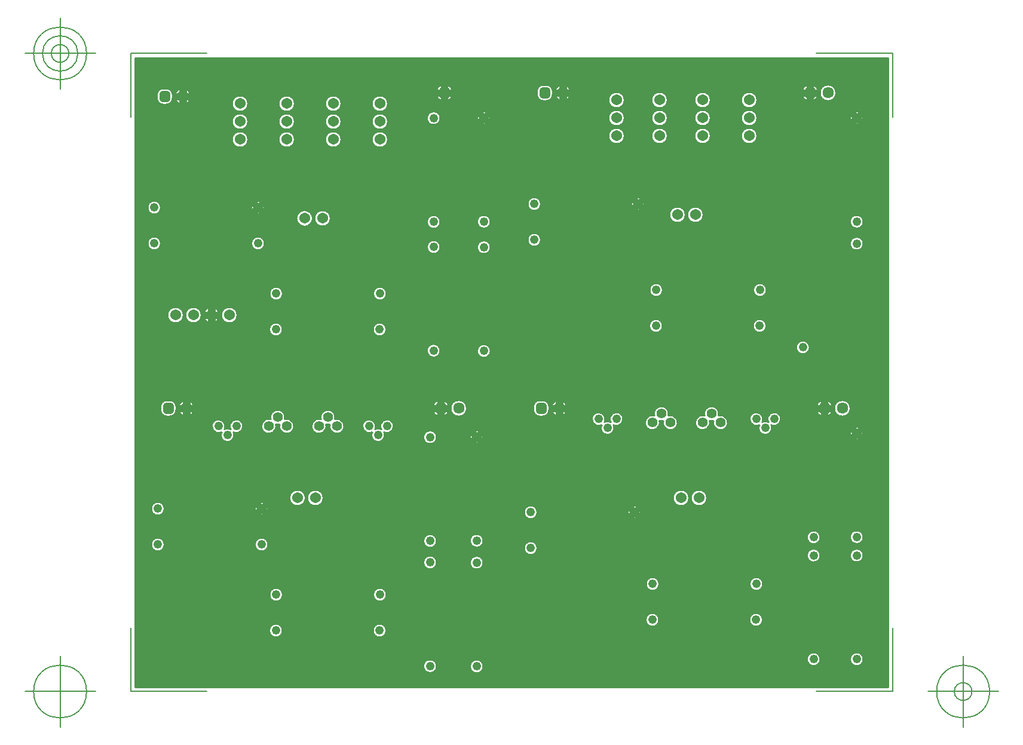
<source format=gbr>
G04 Generated by Ultiboard 14.2 *
%FSLAX33Y33*%
%MOMM*%

%ADD10C,0.001*%
%ADD11C,0.254*%
%ADD12C,0.127*%
%ADD13C,1.609*%
%ADD14R,0.529X0.529*%
%ADD15C,0.995*%
%ADD16C,1.537*%
%ADD17C,1.245*%
%ADD18C,1.397*%


G04 ColorRGB CCCCCC for the following layer *
%LNCopper Inner 2*%
%LPD*%
G54D10*
G36*
X83691Y28577D02*
X83691Y28577D01*
X-22985Y28577D01*
X-22985Y117727D01*
X83691Y117727D01*
X83691Y28577D01*
D02*
G37*
%LPC*%
G36*
X72249Y113079D02*
G75*
D01*
G03X72249Y113079I395J-303*
G01*
D02*
G37*
G36*
X72249Y109910D02*
G75*
D01*
G03X72249Y109910I-621J-722*
G01*
D02*
G37*
G36*
X72249Y46908D02*
G75*
D01*
G03X72249Y46908I903J304*
G01*
D02*
G37*
G36*
X72249Y32208D02*
G75*
D01*
G03X72249Y32208I903J304*
G01*
D02*
G37*
G36*
X72249Y49480D02*
G75*
D01*
G03X72249Y49480I903J304*
G01*
D02*
G37*
G36*
X72249Y95210D02*
G75*
D01*
G03X72249Y95210I-621J-722*
G01*
D02*
G37*
G36*
X72249Y92130D02*
G75*
D01*
G03X72249Y92130I-621J-722*
G01*
D02*
G37*
G36*
X78927Y75811D02*
G75*
D01*
G03X78927Y75811I321J897*
G01*
D02*
G37*
G36*
X72249Y75986D02*
G75*
D01*
G03X72249Y75986I-621J722*
G01*
D02*
G37*
G36*
X72249Y64788D02*
G75*
D01*
G03X72249Y64788I903J-304*
G01*
D02*
G37*
G36*
X24249Y112022D02*
G75*
D01*
G03X24249Y112022I-881J754*
G01*
D02*
G37*
G36*
X249Y94140D02*
G75*
D01*
G03X249Y94140I767J856*
G01*
D02*
G37*
G36*
X249Y54250D02*
G75*
D01*
G03X249Y54250I-249J1122*
G01*
D02*
G37*
G36*
X48249Y49072D02*
G75*
D01*
G03X48249Y49072I-497J-812*
G01*
D02*
G37*
G36*
X18450Y75811D02*
G75*
D01*
G03X18450Y75811I854J421*
G01*
D02*
G37*
G36*
X47869Y96159D02*
G75*
D01*
G03X48651Y96159I391J869*
G01*
X48651Y96159D01*
X48260Y96550D01*
X48249Y96539D01*
X47869Y96159D01*
D02*
G37*
G36*
X48249Y97472D02*
G75*
D01*
G03X48249Y97472I11J-444*
G01*
D02*
G37*
G36*
X47869Y97897D02*
X47869Y97897D01*
X48249Y97517D01*
X48249Y97517D01*
X48249Y97516D01*
X48260Y97506D01*
X48651Y97897D01*
G75*
D01*
G03X47869Y97897I-391J-869*
G01*
D02*
G37*
G36*
X48249Y92900D02*
G75*
D01*
G03X48249Y92900I11J-952*
G01*
D02*
G37*
G36*
X27286Y75811D02*
G75*
D01*
G03X27286Y75811I-870J389*
G01*
D02*
G37*
G36*
X48621Y53731D02*
X48621Y53731D01*
X48230Y53340D01*
X48621Y52949D01*
G75*
D01*
G03X48621Y53731I-869J391*
G01*
D02*
G37*
G36*
X78857Y110089D02*
X78857Y110089D01*
X79248Y109698D01*
X79639Y110089D01*
G75*
D01*
G03X78857Y110089I-391J-869*
G01*
D02*
G37*
G36*
X80117Y109611D02*
X80117Y109611D01*
X79726Y109220D01*
X80117Y108829D01*
G75*
D01*
G03X80117Y109611I-869J391*
G01*
D02*
G37*
G36*
X78379Y109611D02*
G75*
D01*
G03X78379Y108829I869J-391*
G01*
X78379Y108829D01*
X78770Y109220D01*
X78379Y109611D01*
D02*
G37*
G36*
X79639Y108351D02*
X79639Y108351D01*
X79248Y108742D01*
X78857Y108351D01*
G75*
D01*
G03X79639Y108351I391J869*
G01*
D02*
G37*
G36*
X78804Y109220D02*
G75*
D01*
G03X78804Y109220I444J0*
G01*
D02*
G37*
G36*
X73042Y111665D02*
G74*
D01*
G03X73755Y112378I133J846*
G01*
X73755Y112378D01*
X73042Y112378D01*
X73042Y111665D01*
D02*
G37*
G36*
X74024Y112776D02*
G75*
D01*
G03X74024Y112776I1160J0*
G01*
D02*
G37*
G36*
X73755Y113174D02*
G74*
D01*
G03X73042Y113887I846J133*
G01*
X73042Y113887D01*
X73042Y113174D01*
X73755Y113174D01*
D02*
G37*
G36*
X78296Y49816D02*
G75*
D01*
G03X78296Y49816I952J0*
G01*
D02*
G37*
G36*
X78296Y32512D02*
G75*
D01*
G03X78296Y32512I952J0*
G01*
D02*
G37*
G36*
X78296Y47212D02*
G75*
D01*
G03X78296Y47212I952J0*
G01*
D02*
G37*
G36*
X78296Y94520D02*
G75*
D01*
G03X78296Y94520I952J0*
G01*
D02*
G37*
G36*
X78296Y91408D02*
G75*
D01*
G03X78296Y91408I952J0*
G01*
D02*
G37*
G36*
X79639Y63647D02*
X79639Y63647D01*
X79248Y64038D01*
X78857Y63647D01*
G75*
D01*
G03X79639Y63647I391J869*
G01*
D02*
G37*
G36*
X80117Y64907D02*
X80117Y64907D01*
X79726Y64516D01*
X80117Y64125D01*
G75*
D01*
G03X80117Y64907I-869J391*
G01*
D02*
G37*
G36*
X78379Y64907D02*
G75*
D01*
G03X78379Y64125I869J-391*
G01*
X78379Y64125D01*
X78770Y64516D01*
X78379Y64907D01*
D02*
G37*
G36*
X78857Y65385D02*
X78857Y65385D01*
X79248Y64994D01*
X79639Y65385D01*
G75*
D01*
G03X78857Y65385I-391J-869*
G01*
D02*
G37*
G36*
X78804Y64516D02*
G75*
D01*
G03X78804Y64516I444J0*
G01*
D02*
G37*
G36*
X73565Y67674D02*
G74*
D01*
G03X74278Y66961I846J133*
G01*
X74278Y66961D01*
X74278Y67674D01*
X73565Y67674D01*
D02*
G37*
G36*
X74179Y68072D02*
G75*
D01*
G03X74179Y68072I497J0*
G01*
D02*
G37*
G36*
X75074Y66961D02*
G74*
D01*
G03X75787Y67674I133J846*
G01*
X75787Y67674D01*
X75074Y67674D01*
X75074Y66961D01*
D02*
G37*
G36*
X76056Y68072D02*
G75*
D01*
G03X76056Y68072I1160J0*
G01*
D02*
G37*
G36*
X74278Y69183D02*
G74*
D01*
G03X73565Y68470I133J846*
G01*
X73565Y68470D01*
X74278Y68470D01*
X74278Y69183D01*
D02*
G37*
G36*
X75787Y68470D02*
G74*
D01*
G03X75074Y69183I846J133*
G01*
X75074Y69183D01*
X75074Y68470D01*
X75787Y68470D01*
D02*
G37*
G36*
X-9277Y106172D02*
G75*
D01*
G03X-9277Y106172I1149J0*
G01*
D02*
G37*
G36*
X-2673Y106172D02*
G75*
D01*
G03X-2673Y106172I1149J0*
G01*
D02*
G37*
G36*
X-9277Y108712D02*
G75*
D01*
G03X-9277Y108712I1149J0*
G01*
D02*
G37*
G36*
X-2673Y108712D02*
G75*
D01*
G03X-2673Y108712I1149J0*
G01*
D02*
G37*
G36*
X-19918Y112533D02*
X-19918Y112533D01*
X-19918Y112003D01*
G75*
D01*
G03X-19061Y111146I857J0*
G01*
X-19061Y111146D01*
X-18531Y111146D01*
G75*
D01*
G03X-17674Y112003I0J857*
G01*
X-17674Y112003D01*
X-17674Y112533D01*
G74*
D01*
G03X-18531Y113390I857J0*
G01*
X-18531Y113390D01*
X-19061Y113390D01*
G75*
D01*
G03X-19918Y112533I0J-857*
G01*
D02*
G37*
G36*
X-16700Y112268D02*
G75*
D01*
G03X-16700Y112268I444J0*
G01*
D02*
G37*
G36*
X-16667Y111183D02*
X-16667Y111183D01*
X-16667Y111857D01*
X-17341Y111857D01*
G74*
D01*
G03X-16667Y111183I1085J411*
G01*
D02*
G37*
G36*
X-15171Y111857D02*
X-15171Y111857D01*
X-15845Y111857D01*
X-15845Y111183D01*
G74*
D01*
G03X-15171Y111857I411J1085*
G01*
D02*
G37*
G36*
X-9277Y111252D02*
G75*
D01*
G03X-9277Y111252I1149J0*
G01*
D02*
G37*
G36*
X-2673Y111252D02*
G75*
D01*
G03X-2673Y111252I1149J0*
G01*
D02*
G37*
G36*
X-17341Y112679D02*
X-17341Y112679D01*
X-16667Y112679D01*
X-16667Y113353D01*
G74*
D01*
G03X-17341Y112679I411J1085*
G01*
D02*
G37*
G36*
X-15845Y113353D02*
X-15845Y113353D01*
X-15845Y112679D01*
X-15171Y112679D01*
G74*
D01*
G03X-15845Y113353I1085J411*
G01*
D02*
G37*
G36*
X3931Y106172D02*
G75*
D01*
G03X3931Y106172I1149J0*
G01*
D02*
G37*
G36*
X10535Y106172D02*
G75*
D01*
G03X10535Y106172I1149J0*
G01*
D02*
G37*
G36*
X3931Y108712D02*
G75*
D01*
G03X3931Y108712I1149J0*
G01*
D02*
G37*
G36*
X10535Y108712D02*
G75*
D01*
G03X10535Y108712I1149J0*
G01*
D02*
G37*
G36*
X18352Y109188D02*
G75*
D01*
G03X18352Y109188I952J0*
G01*
D02*
G37*
G36*
X3931Y111252D02*
G75*
D01*
G03X3931Y111252I1149J0*
G01*
D02*
G37*
G36*
X10535Y111252D02*
G75*
D01*
G03X10535Y111252I1149J0*
G01*
D02*
G37*
G36*
X19717Y112378D02*
G74*
D01*
G03X20430Y111665I846J133*
G01*
X20430Y111665D01*
X20430Y112378D01*
X19717Y112378D01*
D02*
G37*
G36*
X21226Y111665D02*
G74*
D01*
G03X21939Y112378I133J846*
G01*
X21939Y112378D01*
X21226Y112378D01*
X21226Y111665D01*
D02*
G37*
G36*
X20430Y113887D02*
G74*
D01*
G03X19717Y113174I133J846*
G01*
X19717Y113174D01*
X20430Y113174D01*
X20430Y113887D01*
D02*
G37*
G36*
X21939Y113174D02*
G74*
D01*
G03X21226Y113887I846J133*
G01*
X21226Y113887D01*
X21226Y113174D01*
X21939Y113174D01*
D02*
G37*
G36*
X20331Y112776D02*
G75*
D01*
G03X20331Y112776I497J0*
G01*
D02*
G37*
G36*
X50159Y106680D02*
G75*
D01*
G03X50159Y106680I1149J0*
G01*
D02*
G37*
G36*
X56255Y106680D02*
G75*
D01*
G03X56255Y106680I1149J0*
G01*
D02*
G37*
G36*
X62859Y106680D02*
G75*
D01*
G03X62859Y106680I1149J0*
G01*
D02*
G37*
G36*
X50159Y109220D02*
G75*
D01*
G03X50159Y109220I1149J0*
G01*
D02*
G37*
G36*
X56255Y109220D02*
G75*
D01*
G03X56255Y109220I1149J0*
G01*
D02*
G37*
G36*
X62859Y109220D02*
G75*
D01*
G03X62859Y109220I1149J0*
G01*
D02*
G37*
G36*
X50159Y111760D02*
G75*
D01*
G03X50159Y111760I1149J0*
G01*
D02*
G37*
G36*
X56255Y111760D02*
G75*
D01*
G03X56255Y111760I1149J0*
G01*
D02*
G37*
G36*
X62859Y111760D02*
G75*
D01*
G03X62859Y111760I1149J0*
G01*
D02*
G37*
G36*
X71533Y112378D02*
G74*
D01*
G03X72246Y111665I846J133*
G01*
X72246Y111665D01*
X72246Y112378D01*
X71533Y112378D01*
D02*
G37*
G36*
X72246Y113887D02*
G74*
D01*
G03X71533Y113174I133J846*
G01*
X71533Y113174D01*
X72246Y113174D01*
X72246Y113887D01*
D02*
G37*
G36*
X44063Y106680D02*
G75*
D01*
G03X44063Y106680I1149J0*
G01*
D02*
G37*
G36*
X25972Y109220D02*
G75*
D01*
G03X25972Y109220I444J0*
G01*
D02*
G37*
G36*
X25547Y109611D02*
G75*
D01*
G03X25547Y108829I869J-391*
G01*
X25547Y108829D01*
X25938Y109220D01*
X25547Y109611D01*
D02*
G37*
G36*
X26025Y110089D02*
X26025Y110089D01*
X26416Y109698D01*
X26807Y110089D01*
G75*
D01*
G03X26025Y110089I-391J-869*
G01*
D02*
G37*
G36*
X27285Y109611D02*
X27285Y109611D01*
X26894Y109220D01*
X27285Y108829D01*
G75*
D01*
G03X27285Y109611I-869J391*
G01*
D02*
G37*
G36*
X26807Y108351D02*
X26807Y108351D01*
X26416Y108742D01*
X26025Y108351D01*
G75*
D01*
G03X26807Y108351I391J869*
G01*
D02*
G37*
G36*
X44063Y109220D02*
G75*
D01*
G03X44063Y109220I1149J0*
G01*
D02*
G37*
G36*
X33930Y113041D02*
X33930Y113041D01*
X33930Y112511D01*
G75*
D01*
G03X34787Y111654I857J0*
G01*
X34787Y111654D01*
X35317Y111654D01*
G75*
D01*
G03X36174Y112511I0J857*
G01*
X36174Y112511D01*
X36174Y113041D01*
G74*
D01*
G03X35317Y113898I857J0*
G01*
X35317Y113898D01*
X34787Y113898D01*
G75*
D01*
G03X33930Y113041I0J-857*
G01*
D02*
G37*
G36*
X37181Y111691D02*
X37181Y111691D01*
X37181Y112365D01*
X36507Y112365D01*
G74*
D01*
G03X37181Y111691I1085J411*
G01*
D02*
G37*
G36*
X38677Y112365D02*
X38677Y112365D01*
X38003Y112365D01*
X38003Y111691D01*
G74*
D01*
G03X38677Y112365I411J1085*
G01*
D02*
G37*
G36*
X44063Y111760D02*
G75*
D01*
G03X44063Y111760I1149J0*
G01*
D02*
G37*
G36*
X37148Y112776D02*
G75*
D01*
G03X37148Y112776I444J0*
G01*
D02*
G37*
G36*
X36507Y113187D02*
X36507Y113187D01*
X37181Y113187D01*
X37181Y113861D01*
G74*
D01*
G03X36507Y113187I411J1085*
G01*
D02*
G37*
G36*
X38003Y113861D02*
X38003Y113861D01*
X38003Y113187D01*
X38677Y113187D01*
G74*
D01*
G03X38003Y113861I1085J411*
G01*
D02*
G37*
G36*
X-6032Y48768D02*
G75*
D01*
G03X-6032Y48768I952J0*
G01*
D02*
G37*
G36*
X-4000Y36576D02*
G75*
D01*
G03X-4000Y36576I952J0*
G01*
D02*
G37*
G36*
X-3968Y41656D02*
G75*
D01*
G03X-3968Y41656I952J0*
G01*
D02*
G37*
G36*
X-20732Y48768D02*
G75*
D01*
G03X-20732Y48768I952J0*
G01*
D02*
G37*
G36*
X-4719Y96911D02*
X-4719Y96911D01*
X-5110Y96520D01*
X-4719Y96129D01*
G75*
D01*
G03X-4719Y96911I-869J391*
G01*
D02*
G37*
G36*
X-4000Y79248D02*
G75*
D01*
G03X-4000Y79248I952J0*
G01*
D02*
G37*
G36*
X-18421Y81280D02*
G75*
D01*
G03X-18421Y81280I1149J0*
G01*
D02*
G37*
G36*
X-15881Y81280D02*
G75*
D01*
G03X-15881Y81280I1149J0*
G01*
D02*
G37*
G36*
X-11765Y81688D02*
X-11765Y81688D01*
X-11117Y81688D01*
G74*
D01*
G03X-11784Y82355I1075J408*
G01*
X-11784Y82355D01*
X-11784Y81707D01*
G75*
D01*
G03X-12600Y81707I-408J-427*
G01*
X-12600Y81707D01*
X-12600Y82355D01*
G74*
D01*
G03X-13267Y81688I408J1075*
G01*
X-13267Y81688D01*
X-12619Y81688D01*
G75*
D01*
G03X-12619Y80872I427J-408*
G01*
X-12619Y80872D01*
X-13267Y80872D01*
G74*
D01*
G03X-12600Y80205I1075J408*
G01*
X-12600Y80205D01*
X-12600Y80853D01*
G75*
D01*
G03X-11784Y80853I408J427*
G01*
X-11784Y80853D01*
X-11784Y80205D01*
G74*
D01*
G03X-11117Y80872I408J1075*
G01*
X-11117Y80872D01*
X-11765Y80872D01*
G75*
D01*
G03X-11765Y81688I-427J408*
G01*
D02*
G37*
G36*
X-10801Y81280D02*
G75*
D01*
G03X-10801Y81280I1149J0*
G01*
D02*
G37*
G36*
X-3968Y84328D02*
G75*
D01*
G03X-3968Y84328I952J0*
G01*
D02*
G37*
G36*
X-21240Y91440D02*
G75*
D01*
G03X-21240Y91440I952J0*
G01*
D02*
G37*
G36*
X-6540Y91440D02*
G75*
D01*
G03X-6540Y91440I952J0*
G01*
D02*
G37*
G36*
X-21240Y96520D02*
G75*
D01*
G03X-21240Y96520I952J0*
G01*
D02*
G37*
G36*
X-5197Y95651D02*
X-5197Y95651D01*
X-5588Y96042D01*
X-5979Y95651D01*
G75*
D01*
G03X-5197Y95651I391J869*
G01*
D02*
G37*
G36*
X-6032Y96520D02*
G75*
D01*
G03X-6032Y96520I444J0*
G01*
D02*
G37*
G36*
X-6457Y96911D02*
G75*
D01*
G03X-6457Y96129I869J-391*
G01*
X-6457Y96129D01*
X-6066Y96520D01*
X-6457Y96911D01*
D02*
G37*
G36*
X-5979Y97389D02*
X-5979Y97389D01*
X-5588Y96998D01*
X-5197Y97389D01*
G75*
D01*
G03X-5979Y97389I-391J-869*
G01*
D02*
G37*
G36*
X-15337Y69157D02*
X-15337Y69157D01*
X-15337Y68483D01*
X-14663Y68483D01*
G74*
D01*
G03X-15337Y69157I1085J411*
G01*
D02*
G37*
G36*
X-20732Y53848D02*
G75*
D01*
G03X-20732Y53848I952J0*
G01*
D02*
G37*
G36*
X-5949Y54239D02*
G75*
D01*
G03X-5949Y53457I869J-391*
G01*
X-5949Y53457D01*
X-5558Y53848D01*
X-5949Y54239D01*
D02*
G37*
G36*
X-4211Y54239D02*
X-4211Y54239D01*
X-4602Y53848D01*
X-4211Y53457D01*
G75*
D01*
G03X-4211Y54239I-869J391*
G01*
D02*
G37*
G36*
X-5524Y53848D02*
G75*
D01*
G03X-5524Y53848I444J0*
G01*
D02*
G37*
G36*
X-4689Y52979D02*
X-4689Y52979D01*
X-5080Y53370D01*
X-5471Y52979D01*
G75*
D01*
G03X-4689Y52979I391J869*
G01*
D02*
G37*
G36*
X-5471Y54717D02*
X-5471Y54717D01*
X-5080Y54326D01*
X-4689Y54717D01*
G75*
D01*
G03X-5471Y54717I-391J-869*
G01*
D02*
G37*
G36*
X-9496Y65122D02*
G75*
D01*
G03X-10316Y65122I-410J-860*
G01*
G75*
D01*
G03X-10766Y64672I-860J410*
G01*
G75*
D01*
G03X-9046Y64672I860J-410*
G01*
G75*
D01*
G03X-9496Y65122I410J860*
G01*
D02*
G37*
G36*
X-1769Y66557D02*
G75*
D01*
G03X-3819Y66557I-1025J245*
G01*
G75*
D01*
G03X-3039Y65777I-245J-1025*
G01*
G75*
D01*
G03X-2549Y65777I245J1025*
G01*
G75*
D01*
G03X-1769Y66557I1025J-245*
G01*
D02*
G37*
G36*
X-19410Y68337D02*
X-19410Y68337D01*
X-19410Y67807D01*
G75*
D01*
G03X-18553Y66950I857J0*
G01*
X-18553Y66950D01*
X-18023Y66950D01*
G75*
D01*
G03X-17166Y67807I0J857*
G01*
X-17166Y67807D01*
X-17166Y68337D01*
G74*
D01*
G03X-18023Y69194I857J0*
G01*
X-18023Y69194D01*
X-18553Y69194D01*
G75*
D01*
G03X-19410Y68337I0J-857*
G01*
D02*
G37*
G36*
X-16192Y68072D02*
G75*
D01*
G03X-16192Y68072I444J0*
G01*
D02*
G37*
G36*
X-16159Y66987D02*
X-16159Y66987D01*
X-16159Y67661D01*
X-16833Y67661D01*
G74*
D01*
G03X-16159Y66987I1085J411*
G01*
D02*
G37*
G36*
X-14663Y67661D02*
X-14663Y67661D01*
X-15337Y67661D01*
X-15337Y66987D01*
G74*
D01*
G03X-14663Y67661I411J1085*
G01*
D02*
G37*
G36*
X-16833Y68483D02*
X-16833Y68483D01*
X-16159Y68483D01*
X-16159Y69157D01*
G74*
D01*
G03X-16833Y68483I411J1085*
G01*
D02*
G37*
G36*
X17844Y49276D02*
G75*
D01*
G03X17844Y49276I952J0*
G01*
D02*
G37*
G36*
X17844Y31528D02*
G75*
D01*
G03X17844Y31528I952J0*
G01*
D02*
G37*
G36*
X10700Y36576D02*
G75*
D01*
G03X10700Y36576I952J0*
G01*
D02*
G37*
G36*
X10732Y41656D02*
G75*
D01*
G03X10732Y41656I952J0*
G01*
D02*
G37*
G36*
X17844Y46228D02*
G75*
D01*
G03X17844Y46228I952J0*
G01*
D02*
G37*
G36*
X49340Y38100D02*
G75*
D01*
G03X49340Y38100I952J0*
G01*
D02*
G37*
G36*
X64040Y38100D02*
G75*
D01*
G03X64040Y38100I952J0*
G01*
D02*
G37*
G36*
X49372Y43180D02*
G75*
D01*
G03X49372Y43180I952J0*
G01*
D02*
G37*
G36*
X64072Y43180D02*
G75*
D01*
G03X64072Y43180I952J0*
G01*
D02*
G37*
G36*
X24448Y49308D02*
G75*
D01*
G03X24448Y49308I952J0*
G01*
D02*
G37*
G36*
X24448Y31496D02*
G75*
D01*
G03X24448Y31496I952J0*
G01*
D02*
G37*
G36*
X24448Y46196D02*
G75*
D01*
G03X24448Y46196I952J0*
G01*
D02*
G37*
G36*
X32100Y48260D02*
G75*
D01*
G03X32100Y48260I952J0*
G01*
D02*
G37*
G36*
X18352Y94488D02*
G75*
D01*
G03X18352Y94488I952J0*
G01*
D02*
G37*
G36*
X10700Y79248D02*
G75*
D01*
G03X10700Y79248I952J0*
G01*
D02*
G37*
G36*
X10732Y84328D02*
G75*
D01*
G03X10732Y84328I952J0*
G01*
D02*
G37*
G36*
X18352Y90932D02*
G75*
D01*
G03X18352Y90932I952J0*
G01*
D02*
G37*
G36*
X2407Y94996D02*
G75*
D01*
G03X2407Y94996I1149J0*
G01*
D02*
G37*
G36*
X49129Y97419D02*
X49129Y97419D01*
X48738Y97028D01*
X49129Y96637D01*
G75*
D01*
G03X49129Y97419I-869J391*
G01*
D02*
G37*
G36*
X49848Y79756D02*
G75*
D01*
G03X49848Y79756I952J0*
G01*
D02*
G37*
G36*
X64548Y79756D02*
G75*
D01*
G03X64548Y79756I952J0*
G01*
D02*
G37*
G36*
X49880Y84836D02*
G75*
D01*
G03X49880Y84836I952J0*
G01*
D02*
G37*
G36*
X64580Y84836D02*
G75*
D01*
G03X64580Y84836I952J0*
G01*
D02*
G37*
G36*
X52699Y95504D02*
G75*
D01*
G03X52699Y95504I1149J0*
G01*
D02*
G37*
G36*
X55239Y95504D02*
G75*
D01*
G03X55239Y95504I1149J0*
G01*
D02*
G37*
G36*
X1391Y55372D02*
G75*
D01*
G03X1391Y55372I1149J0*
G01*
D02*
G37*
G36*
X11840Y65122D02*
G75*
D01*
G03X11020Y65122I-410J-860*
G01*
G75*
D01*
G03X10570Y64672I-860J410*
G01*
G75*
D01*
G03X12290Y64672I860J-410*
G01*
G75*
D01*
G03X11840Y65122I410J860*
G01*
D02*
G37*
G36*
X17844Y63976D02*
G75*
D01*
G03X17844Y63976I952J0*
G01*
D02*
G37*
G36*
X5343Y66557D02*
G75*
D01*
G03X3293Y66557I-1025J245*
G01*
G75*
D01*
G03X4073Y65777I-245J-1025*
G01*
G75*
D01*
G03X4563Y65777I245J1025*
G01*
G75*
D01*
G03X5343Y66557I1025J-245*
G01*
D02*
G37*
G36*
X19823Y68072D02*
G75*
D01*
G03X19823Y68072I497J0*
G01*
D02*
G37*
G36*
X19209Y67674D02*
G74*
D01*
G03X19922Y66961I846J133*
G01*
X19922Y66961D01*
X19922Y67674D01*
X19209Y67674D01*
D02*
G37*
G36*
X21700Y68072D02*
G75*
D01*
G03X21700Y68072I1160J0*
G01*
D02*
G37*
G36*
X20718Y66961D02*
G74*
D01*
G03X21431Y67674I133J846*
G01*
X21431Y67674D01*
X20718Y67674D01*
X20718Y66961D01*
D02*
G37*
G36*
X19922Y69183D02*
G74*
D01*
G03X19209Y68470I133J846*
G01*
X19209Y68470D01*
X19922Y68470D01*
X19922Y69183D01*
D02*
G37*
G36*
X21431Y68470D02*
G74*
D01*
G03X20718Y69183I846J133*
G01*
X20718Y69183D01*
X20718Y68470D01*
X21431Y68470D01*
D02*
G37*
G36*
X47391Y97419D02*
G75*
D01*
G03X47391Y96637I869J-391*
G01*
X47391Y96637D01*
X47782Y97028D01*
X47391Y97419D01*
D02*
G37*
G36*
X25464Y90900D02*
G75*
D01*
G03X25464Y90900I952J0*
G01*
D02*
G37*
G36*
X32608Y91948D02*
G75*
D01*
G03X32608Y91948I952J0*
G01*
D02*
G37*
G36*
X25464Y94520D02*
G75*
D01*
G03X25464Y94520I952J0*
G01*
D02*
G37*
G36*
X32608Y97028D02*
G75*
D01*
G03X32608Y97028I952J0*
G01*
D02*
G37*
G36*
X53207Y55372D02*
G75*
D01*
G03X53207Y55372I1149J0*
G01*
D02*
G37*
G36*
X55747Y55372D02*
G75*
D01*
G03X55747Y55372I1149J0*
G01*
D02*
G37*
G36*
X52587Y67065D02*
G75*
D01*
G03X50537Y67065I-1025J245*
G01*
G75*
D01*
G03X51317Y66285I-245J-1025*
G01*
G75*
D01*
G03X51807Y66285I245J1025*
G01*
G75*
D01*
G03X52587Y67065I1025J-245*
G01*
D02*
G37*
G36*
X59699Y67065D02*
G75*
D01*
G03X57649Y67065I-1025J245*
G01*
G75*
D01*
G03X58429Y66285I-245J-1025*
G01*
G75*
D01*
G03X58919Y66285I245J1025*
G01*
G75*
D01*
G03X59699Y67065I1025J-245*
G01*
D02*
G37*
G36*
X66704Y66138D02*
G75*
D01*
G03X65884Y66138I-410J-860*
G01*
G75*
D01*
G03X65434Y65688I-860J410*
G01*
G75*
D01*
G03X67154Y65688I860J-410*
G01*
G75*
D01*
G03X66704Y66138I410J860*
G01*
D02*
G37*
G36*
X32100Y53340D02*
G75*
D01*
G03X32100Y53340I952J0*
G01*
D02*
G37*
G36*
X47361Y54209D02*
X47361Y54209D01*
X47752Y53818D01*
X48143Y54209D01*
G75*
D01*
G03X47361Y54209I-391J-869*
G01*
D02*
G37*
G36*
X48143Y52471D02*
X48143Y52471D01*
X47752Y52862D01*
X47361Y52471D01*
G75*
D01*
G03X48143Y52471I391J869*
G01*
D02*
G37*
G36*
X47308Y53340D02*
G75*
D01*
G03X47308Y53340I444J0*
G01*
D02*
G37*
G36*
X46883Y53731D02*
G75*
D01*
G03X46883Y52949I869J-391*
G01*
X46883Y52949D01*
X47274Y53340D01*
X46883Y53731D01*
D02*
G37*
G36*
X24531Y64399D02*
G75*
D01*
G03X24531Y63617I869J-391*
G01*
X24531Y63617D01*
X24922Y64008D01*
X24531Y64399D01*
D02*
G37*
G36*
X26269Y64399D02*
X26269Y64399D01*
X25878Y64008D01*
X26269Y63617D01*
G75*
D01*
G03X26269Y64399I-869J391*
G01*
D02*
G37*
G36*
X24956Y64008D02*
G75*
D01*
G03X24956Y64008I444J0*
G01*
D02*
G37*
G36*
X25791Y63139D02*
X25791Y63139D01*
X25400Y63530D01*
X25009Y63139D01*
G75*
D01*
G03X25791Y63139I391J869*
G01*
D02*
G37*
G36*
X25009Y64877D02*
X25009Y64877D01*
X25400Y64486D01*
X25791Y64877D01*
G75*
D01*
G03X25009Y64877I-391J-869*
G01*
D02*
G37*
G36*
X44352Y66138D02*
G75*
D01*
G03X43532Y66138I-410J-860*
G01*
G75*
D01*
G03X43082Y65688I-860J410*
G01*
G75*
D01*
G03X44802Y65688I860J-410*
G01*
G75*
D01*
G03X44352Y66138I410J860*
G01*
D02*
G37*
G36*
X33422Y68337D02*
X33422Y68337D01*
X33422Y67807D01*
G75*
D01*
G03X34279Y66950I857J0*
G01*
X34279Y66950D01*
X34809Y66950D01*
G75*
D01*
G03X35666Y67807I0J857*
G01*
X35666Y67807D01*
X35666Y68337D01*
G74*
D01*
G03X34809Y69194I857J0*
G01*
X34809Y69194D01*
X34279Y69194D01*
G75*
D01*
G03X33422Y68337I0J-857*
G01*
D02*
G37*
G36*
X36673Y66987D02*
X36673Y66987D01*
X36673Y67661D01*
X35999Y67661D01*
G74*
D01*
G03X36673Y66987I1085J411*
G01*
D02*
G37*
G36*
X38169Y67661D02*
X38169Y67661D01*
X37495Y67661D01*
X37495Y66987D01*
G74*
D01*
G03X38169Y67661I411J1085*
G01*
D02*
G37*
G36*
X36640Y68072D02*
G75*
D01*
G03X36640Y68072I444J0*
G01*
D02*
G37*
G36*
X35999Y68483D02*
X35999Y68483D01*
X36673Y68483D01*
X36673Y69157D01*
G74*
D01*
G03X35999Y68483I411J1085*
G01*
D02*
G37*
G36*
X37495Y69157D02*
X37495Y69157D01*
X37495Y68483D01*
X38169Y68483D01*
G74*
D01*
G03X37495Y69157I1085J411*
G01*
D02*
G37*
%LPD*%
G54D11*
X72249Y113079D02*
G75*
D01*
G03X72249Y113079I395J-303*
G01*
X72249Y109910D02*
G75*
D01*
G03X72249Y109910I-621J-722*
G01*
X72249Y46908D02*
G75*
D01*
G03X72249Y46908I903J304*
G01*
X72249Y32208D02*
G75*
D01*
G03X72249Y32208I903J304*
G01*
X72249Y49480D02*
G75*
D01*
G03X72249Y49480I903J304*
G01*
X72249Y95210D02*
G75*
D01*
G03X72249Y95210I-621J-722*
G01*
X72249Y92130D02*
G75*
D01*
G03X72249Y92130I-621J-722*
G01*
X78927Y75811D02*
G75*
D01*
G03X78927Y75811I321J897*
G01*
X72249Y75986D02*
G75*
D01*
G03X72249Y75986I-621J722*
G01*
X72249Y64788D02*
G75*
D01*
G03X72249Y64788I903J-304*
G01*
X24249Y112022D02*
G75*
D01*
G03X24249Y112022I-881J754*
G01*
X249Y94140D02*
G75*
D01*
G03X249Y94140I767J856*
G01*
X249Y54250D02*
G75*
D01*
G03X249Y54250I-249J1122*
G01*
X48249Y49072D02*
G75*
D01*
G03X48249Y49072I-497J-812*
G01*
X18450Y75811D02*
G75*
D01*
G03X18450Y75811I854J421*
G01*
X47869Y96159D02*
G75*
D01*
G03X48651Y96159I391J869*
G01*
X48260Y96550D01*
X48249Y96539D01*
X47869Y96159D01*
X48249Y97472D02*
G75*
D01*
G03X48249Y97472I11J-444*
G01*
X47869Y97897D02*
X48249Y97517D01*
X48249Y97517D01*
X48249Y97516D01*
X48260Y97506D01*
X48651Y97897D01*
G75*
D01*
G03X47869Y97897I-391J-869*
G01*
X48249Y92900D02*
G75*
D01*
G03X48249Y92900I11J-952*
G01*
X27286Y75811D02*
G75*
D01*
G03X27286Y75811I-870J389*
G01*
X48621Y53731D02*
X48230Y53340D01*
X48621Y52949D01*
G75*
D01*
G03X48621Y53731I-869J391*
G01*
X78857Y110089D02*
X79248Y109698D01*
X79639Y110089D01*
G75*
D01*
G03X78857Y110089I-391J-869*
G01*
X80117Y109611D02*
X79726Y109220D01*
X80117Y108829D01*
G75*
D01*
G03X80117Y109611I-869J391*
G01*
X78379Y109611D02*
G75*
D01*
G03X78379Y108829I869J-391*
G01*
X78770Y109220D01*
X78379Y109611D01*
X79639Y108351D02*
X79248Y108742D01*
X78857Y108351D01*
G75*
D01*
G03X79639Y108351I391J869*
G01*
X78804Y109220D02*
G75*
D01*
G03X78804Y109220I444J0*
G01*
X73042Y111665D02*
G74*
D01*
G03X73755Y112378I133J846*
G01*
X73042Y112378D01*
X73042Y111665D01*
X74024Y112776D02*
G75*
D01*
G03X74024Y112776I1160J0*
G01*
X73755Y113174D02*
G74*
D01*
G03X73042Y113887I846J133*
G01*
X73042Y113174D01*
X73755Y113174D01*
X78296Y49816D02*
G75*
D01*
G03X78296Y49816I952J0*
G01*
X78296Y32512D02*
G75*
D01*
G03X78296Y32512I952J0*
G01*
X78296Y47212D02*
G75*
D01*
G03X78296Y47212I952J0*
G01*
X78296Y94520D02*
G75*
D01*
G03X78296Y94520I952J0*
G01*
X78296Y91408D02*
G75*
D01*
G03X78296Y91408I952J0*
G01*
X79639Y63647D02*
X79248Y64038D01*
X78857Y63647D01*
G75*
D01*
G03X79639Y63647I391J869*
G01*
X80117Y64907D02*
X79726Y64516D01*
X80117Y64125D01*
G75*
D01*
G03X80117Y64907I-869J391*
G01*
X78379Y64907D02*
G75*
D01*
G03X78379Y64125I869J-391*
G01*
X78770Y64516D01*
X78379Y64907D01*
X78857Y65385D02*
X79248Y64994D01*
X79639Y65385D01*
G75*
D01*
G03X78857Y65385I-391J-869*
G01*
X78804Y64516D02*
G75*
D01*
G03X78804Y64516I444J0*
G01*
X73565Y67674D02*
G74*
D01*
G03X74278Y66961I846J133*
G01*
X74278Y67674D01*
X73565Y67674D01*
X74179Y68072D02*
G75*
D01*
G03X74179Y68072I497J0*
G01*
X75074Y66961D02*
G74*
D01*
G03X75787Y67674I133J846*
G01*
X75074Y67674D01*
X75074Y66961D01*
X76056Y68072D02*
G75*
D01*
G03X76056Y68072I1160J0*
G01*
X74278Y69183D02*
G74*
D01*
G03X73565Y68470I133J846*
G01*
X74278Y68470D01*
X74278Y69183D01*
X75787Y68470D02*
G74*
D01*
G03X75074Y69183I846J133*
G01*
X75074Y68470D01*
X75787Y68470D01*
X-9277Y106172D02*
G75*
D01*
G03X-9277Y106172I1149J0*
G01*
X-2673Y106172D02*
G75*
D01*
G03X-2673Y106172I1149J0*
G01*
X-9277Y108712D02*
G75*
D01*
G03X-9277Y108712I1149J0*
G01*
X-2673Y108712D02*
G75*
D01*
G03X-2673Y108712I1149J0*
G01*
X-19918Y112533D02*
X-19918Y112003D01*
G75*
D01*
G03X-19061Y111146I857J0*
G01*
X-18531Y111146D01*
G75*
D01*
G03X-17674Y112003I0J857*
G01*
X-17674Y112533D01*
G74*
D01*
G03X-18531Y113390I857J0*
G01*
X-19061Y113390D01*
G75*
D01*
G03X-19918Y112533I0J-857*
G01*
X-16700Y112268D02*
G75*
D01*
G03X-16700Y112268I444J0*
G01*
X-16667Y111183D02*
X-16667Y111857D01*
X-17341Y111857D01*
G74*
D01*
G03X-16667Y111183I1085J411*
G01*
X-15171Y111857D02*
X-15845Y111857D01*
X-15845Y111183D01*
G74*
D01*
G03X-15171Y111857I411J1085*
G01*
X-9277Y111252D02*
G75*
D01*
G03X-9277Y111252I1149J0*
G01*
X-2673Y111252D02*
G75*
D01*
G03X-2673Y111252I1149J0*
G01*
X-17341Y112679D02*
X-16667Y112679D01*
X-16667Y113353D01*
G74*
D01*
G03X-17341Y112679I411J1085*
G01*
X-15845Y113353D02*
X-15845Y112679D01*
X-15171Y112679D01*
G74*
D01*
G03X-15845Y113353I1085J411*
G01*
X3931Y106172D02*
G75*
D01*
G03X3931Y106172I1149J0*
G01*
X10535Y106172D02*
G75*
D01*
G03X10535Y106172I1149J0*
G01*
X3931Y108712D02*
G75*
D01*
G03X3931Y108712I1149J0*
G01*
X10535Y108712D02*
G75*
D01*
G03X10535Y108712I1149J0*
G01*
X18352Y109188D02*
G75*
D01*
G03X18352Y109188I952J0*
G01*
X3931Y111252D02*
G75*
D01*
G03X3931Y111252I1149J0*
G01*
X10535Y111252D02*
G75*
D01*
G03X10535Y111252I1149J0*
G01*
X19717Y112378D02*
G74*
D01*
G03X20430Y111665I846J133*
G01*
X20430Y112378D01*
X19717Y112378D01*
X21226Y111665D02*
G74*
D01*
G03X21939Y112378I133J846*
G01*
X21226Y112378D01*
X21226Y111665D01*
X20430Y113887D02*
G74*
D01*
G03X19717Y113174I133J846*
G01*
X20430Y113174D01*
X20430Y113887D01*
X21939Y113174D02*
G74*
D01*
G03X21226Y113887I846J133*
G01*
X21226Y113174D01*
X21939Y113174D01*
X20331Y112776D02*
G75*
D01*
G03X20331Y112776I497J0*
G01*
X50159Y106680D02*
G75*
D01*
G03X50159Y106680I1149J0*
G01*
X56255Y106680D02*
G75*
D01*
G03X56255Y106680I1149J0*
G01*
X62859Y106680D02*
G75*
D01*
G03X62859Y106680I1149J0*
G01*
X50159Y109220D02*
G75*
D01*
G03X50159Y109220I1149J0*
G01*
X56255Y109220D02*
G75*
D01*
G03X56255Y109220I1149J0*
G01*
X62859Y109220D02*
G75*
D01*
G03X62859Y109220I1149J0*
G01*
X50159Y111760D02*
G75*
D01*
G03X50159Y111760I1149J0*
G01*
X56255Y111760D02*
G75*
D01*
G03X56255Y111760I1149J0*
G01*
X62859Y111760D02*
G75*
D01*
G03X62859Y111760I1149J0*
G01*
X71533Y112378D02*
G74*
D01*
G03X72246Y111665I846J133*
G01*
X72246Y112378D01*
X71533Y112378D01*
X72246Y113887D02*
G74*
D01*
G03X71533Y113174I133J846*
G01*
X72246Y113174D01*
X72246Y113887D01*
X44063Y106680D02*
G75*
D01*
G03X44063Y106680I1149J0*
G01*
X25972Y109220D02*
G75*
D01*
G03X25972Y109220I444J0*
G01*
X25547Y109611D02*
G75*
D01*
G03X25547Y108829I869J-391*
G01*
X25938Y109220D01*
X25547Y109611D01*
X26025Y110089D02*
X26416Y109698D01*
X26807Y110089D01*
G75*
D01*
G03X26025Y110089I-391J-869*
G01*
X27285Y109611D02*
X26894Y109220D01*
X27285Y108829D01*
G75*
D01*
G03X27285Y109611I-869J391*
G01*
X26807Y108351D02*
X26416Y108742D01*
X26025Y108351D01*
G75*
D01*
G03X26807Y108351I391J869*
G01*
X44063Y109220D02*
G75*
D01*
G03X44063Y109220I1149J0*
G01*
X33930Y113041D02*
X33930Y112511D01*
G75*
D01*
G03X34787Y111654I857J0*
G01*
X35317Y111654D01*
G75*
D01*
G03X36174Y112511I0J857*
G01*
X36174Y113041D01*
G74*
D01*
G03X35317Y113898I857J0*
G01*
X34787Y113898D01*
G75*
D01*
G03X33930Y113041I0J-857*
G01*
X37181Y111691D02*
X37181Y112365D01*
X36507Y112365D01*
G74*
D01*
G03X37181Y111691I1085J411*
G01*
X38677Y112365D02*
X38003Y112365D01*
X38003Y111691D01*
G74*
D01*
G03X38677Y112365I411J1085*
G01*
X44063Y111760D02*
G75*
D01*
G03X44063Y111760I1149J0*
G01*
X37148Y112776D02*
G75*
D01*
G03X37148Y112776I444J0*
G01*
X36507Y113187D02*
X37181Y113187D01*
X37181Y113861D01*
G74*
D01*
G03X36507Y113187I411J1085*
G01*
X38003Y113861D02*
X38003Y113187D01*
X38677Y113187D01*
G74*
D01*
G03X38003Y113861I1085J411*
G01*
X-6032Y48768D02*
G75*
D01*
G03X-6032Y48768I952J0*
G01*
X-4000Y36576D02*
G75*
D01*
G03X-4000Y36576I952J0*
G01*
X-3968Y41656D02*
G75*
D01*
G03X-3968Y41656I952J0*
G01*
X-20732Y48768D02*
G75*
D01*
G03X-20732Y48768I952J0*
G01*
X-4719Y96911D02*
X-5110Y96520D01*
X-4719Y96129D01*
G75*
D01*
G03X-4719Y96911I-869J391*
G01*
X-4000Y79248D02*
G75*
D01*
G03X-4000Y79248I952J0*
G01*
X-18421Y81280D02*
G75*
D01*
G03X-18421Y81280I1149J0*
G01*
X-15881Y81280D02*
G75*
D01*
G03X-15881Y81280I1149J0*
G01*
X-11765Y81688D02*
X-11117Y81688D01*
G74*
D01*
G03X-11784Y82355I1075J408*
G01*
X-11784Y81707D01*
G75*
D01*
G03X-12600Y81707I-408J-427*
G01*
X-12600Y82355D01*
G74*
D01*
G03X-13267Y81688I408J1075*
G01*
X-12619Y81688D01*
G75*
D01*
G03X-12619Y80872I427J-408*
G01*
X-13267Y80872D01*
G74*
D01*
G03X-12600Y80205I1075J408*
G01*
X-12600Y80853D01*
G75*
D01*
G03X-11784Y80853I408J427*
G01*
X-11784Y80205D01*
G74*
D01*
G03X-11117Y80872I408J1075*
G01*
X-11765Y80872D01*
G75*
D01*
G03X-11765Y81688I-427J408*
G01*
X-10801Y81280D02*
G75*
D01*
G03X-10801Y81280I1149J0*
G01*
X-3968Y84328D02*
G75*
D01*
G03X-3968Y84328I952J0*
G01*
X-21240Y91440D02*
G75*
D01*
G03X-21240Y91440I952J0*
G01*
X-6540Y91440D02*
G75*
D01*
G03X-6540Y91440I952J0*
G01*
X-21240Y96520D02*
G75*
D01*
G03X-21240Y96520I952J0*
G01*
X-5197Y95651D02*
X-5588Y96042D01*
X-5979Y95651D01*
G75*
D01*
G03X-5197Y95651I391J869*
G01*
X-6032Y96520D02*
G75*
D01*
G03X-6032Y96520I444J0*
G01*
X-6457Y96911D02*
G75*
D01*
G03X-6457Y96129I869J-391*
G01*
X-6066Y96520D01*
X-6457Y96911D01*
X-5979Y97389D02*
X-5588Y96998D01*
X-5197Y97389D01*
G75*
D01*
G03X-5979Y97389I-391J-869*
G01*
X-15337Y69157D02*
X-15337Y68483D01*
X-14663Y68483D01*
G74*
D01*
G03X-15337Y69157I1085J411*
G01*
X-20732Y53848D02*
G75*
D01*
G03X-20732Y53848I952J0*
G01*
X-5949Y54239D02*
G75*
D01*
G03X-5949Y53457I869J-391*
G01*
X-5558Y53848D01*
X-5949Y54239D01*
X-4211Y54239D02*
X-4602Y53848D01*
X-4211Y53457D01*
G75*
D01*
G03X-4211Y54239I-869J391*
G01*
X-5524Y53848D02*
G75*
D01*
G03X-5524Y53848I444J0*
G01*
X-4689Y52979D02*
X-5080Y53370D01*
X-5471Y52979D01*
G75*
D01*
G03X-4689Y52979I391J869*
G01*
X-5471Y54717D02*
X-5080Y54326D01*
X-4689Y54717D01*
G75*
D01*
G03X-5471Y54717I-391J-869*
G01*
X-9496Y65122D02*
G75*
D01*
G03X-10316Y65122I-410J-860*
G01*
G75*
D01*
G03X-10766Y64672I-860J410*
G01*
G75*
D01*
G03X-9046Y64672I860J-410*
G01*
G75*
D01*
G03X-9496Y65122I410J860*
G01*
X-1769Y66557D02*
G75*
D01*
G03X-3819Y66557I-1025J245*
G01*
G75*
D01*
G03X-3039Y65777I-245J-1025*
G01*
G75*
D01*
G03X-2549Y65777I245J1025*
G01*
G75*
D01*
G03X-1769Y66557I1025J-245*
G01*
X-19410Y68337D02*
X-19410Y67807D01*
G75*
D01*
G03X-18553Y66950I857J0*
G01*
X-18023Y66950D01*
G75*
D01*
G03X-17166Y67807I0J857*
G01*
X-17166Y68337D01*
G74*
D01*
G03X-18023Y69194I857J0*
G01*
X-18553Y69194D01*
G75*
D01*
G03X-19410Y68337I0J-857*
G01*
X-16192Y68072D02*
G75*
D01*
G03X-16192Y68072I444J0*
G01*
X-16159Y66987D02*
X-16159Y67661D01*
X-16833Y67661D01*
G74*
D01*
G03X-16159Y66987I1085J411*
G01*
X-14663Y67661D02*
X-15337Y67661D01*
X-15337Y66987D01*
G74*
D01*
G03X-14663Y67661I411J1085*
G01*
X-16833Y68483D02*
X-16159Y68483D01*
X-16159Y69157D01*
G74*
D01*
G03X-16833Y68483I411J1085*
G01*
X17844Y49276D02*
G75*
D01*
G03X17844Y49276I952J0*
G01*
X17844Y31528D02*
G75*
D01*
G03X17844Y31528I952J0*
G01*
X10700Y36576D02*
G75*
D01*
G03X10700Y36576I952J0*
G01*
X10732Y41656D02*
G75*
D01*
G03X10732Y41656I952J0*
G01*
X17844Y46228D02*
G75*
D01*
G03X17844Y46228I952J0*
G01*
X49340Y38100D02*
G75*
D01*
G03X49340Y38100I952J0*
G01*
X64040Y38100D02*
G75*
D01*
G03X64040Y38100I952J0*
G01*
X49372Y43180D02*
G75*
D01*
G03X49372Y43180I952J0*
G01*
X64072Y43180D02*
G75*
D01*
G03X64072Y43180I952J0*
G01*
X24448Y49308D02*
G75*
D01*
G03X24448Y49308I952J0*
G01*
X24448Y31496D02*
G75*
D01*
G03X24448Y31496I952J0*
G01*
X24448Y46196D02*
G75*
D01*
G03X24448Y46196I952J0*
G01*
X32100Y48260D02*
G75*
D01*
G03X32100Y48260I952J0*
G01*
X18352Y94488D02*
G75*
D01*
G03X18352Y94488I952J0*
G01*
X10700Y79248D02*
G75*
D01*
G03X10700Y79248I952J0*
G01*
X10732Y84328D02*
G75*
D01*
G03X10732Y84328I952J0*
G01*
X18352Y90932D02*
G75*
D01*
G03X18352Y90932I952J0*
G01*
X2407Y94996D02*
G75*
D01*
G03X2407Y94996I1149J0*
G01*
X49129Y97419D02*
X48738Y97028D01*
X49129Y96637D01*
G75*
D01*
G03X49129Y97419I-869J391*
G01*
X49848Y79756D02*
G75*
D01*
G03X49848Y79756I952J0*
G01*
X64548Y79756D02*
G75*
D01*
G03X64548Y79756I952J0*
G01*
X49880Y84836D02*
G75*
D01*
G03X49880Y84836I952J0*
G01*
X64580Y84836D02*
G75*
D01*
G03X64580Y84836I952J0*
G01*
X52699Y95504D02*
G75*
D01*
G03X52699Y95504I1149J0*
G01*
X55239Y95504D02*
G75*
D01*
G03X55239Y95504I1149J0*
G01*
X1391Y55372D02*
G75*
D01*
G03X1391Y55372I1149J0*
G01*
X11840Y65122D02*
G75*
D01*
G03X11020Y65122I-410J-860*
G01*
G75*
D01*
G03X10570Y64672I-860J410*
G01*
G75*
D01*
G03X12290Y64672I860J-410*
G01*
G75*
D01*
G03X11840Y65122I410J860*
G01*
X17844Y63976D02*
G75*
D01*
G03X17844Y63976I952J0*
G01*
X5343Y66557D02*
G75*
D01*
G03X3293Y66557I-1025J245*
G01*
G75*
D01*
G03X4073Y65777I-245J-1025*
G01*
G75*
D01*
G03X4563Y65777I245J1025*
G01*
G75*
D01*
G03X5343Y66557I1025J-245*
G01*
X19823Y68072D02*
G75*
D01*
G03X19823Y68072I497J0*
G01*
X19209Y67674D02*
G74*
D01*
G03X19922Y66961I846J133*
G01*
X19922Y67674D01*
X19209Y67674D01*
X21700Y68072D02*
G75*
D01*
G03X21700Y68072I1160J0*
G01*
X20718Y66961D02*
G74*
D01*
G03X21431Y67674I133J846*
G01*
X20718Y67674D01*
X20718Y66961D01*
X19922Y69183D02*
G74*
D01*
G03X19209Y68470I133J846*
G01*
X19922Y68470D01*
X19922Y69183D01*
X21431Y68470D02*
G74*
D01*
G03X20718Y69183I846J133*
G01*
X20718Y68470D01*
X21431Y68470D01*
X47391Y97419D02*
G75*
D01*
G03X47391Y96637I869J-391*
G01*
X47782Y97028D01*
X47391Y97419D01*
X25464Y90900D02*
G75*
D01*
G03X25464Y90900I952J0*
G01*
X32608Y91948D02*
G75*
D01*
G03X32608Y91948I952J0*
G01*
X25464Y94520D02*
G75*
D01*
G03X25464Y94520I952J0*
G01*
X32608Y97028D02*
G75*
D01*
G03X32608Y97028I952J0*
G01*
X53207Y55372D02*
G75*
D01*
G03X53207Y55372I1149J0*
G01*
X55747Y55372D02*
G75*
D01*
G03X55747Y55372I1149J0*
G01*
X52587Y67065D02*
G75*
D01*
G03X50537Y67065I-1025J245*
G01*
G75*
D01*
G03X51317Y66285I-245J-1025*
G01*
G75*
D01*
G03X51807Y66285I245J1025*
G01*
G75*
D01*
G03X52587Y67065I1025J-245*
G01*
X59699Y67065D02*
G75*
D01*
G03X57649Y67065I-1025J245*
G01*
G75*
D01*
G03X58429Y66285I-245J-1025*
G01*
G75*
D01*
G03X58919Y66285I245J1025*
G01*
G75*
D01*
G03X59699Y67065I1025J-245*
G01*
X66704Y66138D02*
G75*
D01*
G03X65884Y66138I-410J-860*
G01*
G75*
D01*
G03X65434Y65688I-860J410*
G01*
G75*
D01*
G03X67154Y65688I860J-410*
G01*
G75*
D01*
G03X66704Y66138I410J860*
G01*
X32100Y53340D02*
G75*
D01*
G03X32100Y53340I952J0*
G01*
X47361Y54209D02*
X47752Y53818D01*
X48143Y54209D01*
G75*
D01*
G03X47361Y54209I-391J-869*
G01*
X48143Y52471D02*
X47752Y52862D01*
X47361Y52471D01*
G75*
D01*
G03X48143Y52471I391J869*
G01*
X47308Y53340D02*
G75*
D01*
G03X47308Y53340I444J0*
G01*
X46883Y53731D02*
G75*
D01*
G03X46883Y52949I869J-391*
G01*
X47274Y53340D01*
X46883Y53731D01*
X24531Y64399D02*
G75*
D01*
G03X24531Y63617I869J-391*
G01*
X24922Y64008D01*
X24531Y64399D01*
X26269Y64399D02*
X25878Y64008D01*
X26269Y63617D01*
G75*
D01*
G03X26269Y64399I-869J391*
G01*
X24956Y64008D02*
G75*
D01*
G03X24956Y64008I444J0*
G01*
X25791Y63139D02*
X25400Y63530D01*
X25009Y63139D01*
G75*
D01*
G03X25791Y63139I391J869*
G01*
X25009Y64877D02*
X25400Y64486D01*
X25791Y64877D01*
G75*
D01*
G03X25009Y64877I-391J-869*
G01*
X44352Y66138D02*
G75*
D01*
G03X43532Y66138I-410J-860*
G01*
G75*
D01*
G03X43082Y65688I-860J410*
G01*
G75*
D01*
G03X44802Y65688I860J-410*
G01*
G75*
D01*
G03X44352Y66138I410J860*
G01*
X33422Y68337D02*
X33422Y67807D01*
G75*
D01*
G03X34279Y66950I857J0*
G01*
X34809Y66950D01*
G75*
D01*
G03X35666Y67807I0J857*
G01*
X35666Y68337D01*
G74*
D01*
G03X34809Y69194I857J0*
G01*
X34279Y69194D01*
G75*
D01*
G03X33422Y68337I0J-857*
G01*
X36673Y66987D02*
X36673Y67661D01*
X35999Y67661D01*
G74*
D01*
G03X36673Y66987I1085J411*
G01*
X38169Y67661D02*
X37495Y67661D01*
X37495Y66987D01*
G74*
D01*
G03X38169Y67661I411J1085*
G01*
X36640Y68072D02*
G75*
D01*
G03X36640Y68072I444J0*
G01*
X35999Y68483D02*
X36673Y68483D01*
X36673Y69157D01*
G74*
D01*
G03X35999Y68483I411J1085*
G01*
X37495Y69157D02*
X37495Y68483D01*
X38169Y68483D01*
G74*
D01*
G03X37495Y69157I1085J411*
G01*
X83691Y28577D02*
X-22985Y28577D01*
X-22985Y117727D01*
X83691Y117727D01*
X83691Y28577D01*
G54D12*
X-23622Y27940D02*
X-23622Y36982D01*
X-23622Y27940D02*
X-12827Y27940D01*
X84328Y27940D02*
X73533Y27940D01*
X84328Y27940D02*
X84328Y36982D01*
X84328Y118364D02*
X84328Y109322D01*
X84328Y118364D02*
X73533Y118364D01*
X-23622Y118364D02*
X-12827Y118364D01*
X-23622Y118364D02*
X-23622Y109322D01*
X-28622Y27940D02*
X-38622Y27940D01*
X-33622Y22940D02*
X-33622Y32940D01*
X-37372Y27940D02*
G75*
D01*
G02X-37372Y27940I3750J0*
G01*
X89328Y27940D02*
X99328Y27940D01*
X94328Y22940D02*
X94328Y32940D01*
X90578Y27940D02*
G75*
D01*
G02X90578Y27940I3750J0*
G01*
X93078Y27940D02*
G75*
D01*
G02X93078Y27940I1250J0*
G01*
X-28622Y118364D02*
X-38622Y118364D01*
X-33622Y113364D02*
X-33622Y123364D01*
X-37372Y118364D02*
G75*
D01*
G02X-37372Y118364I3750J0*
G01*
X-36122Y118364D02*
G75*
D01*
G02X-36122Y118364I2500J0*
G01*
X-34872Y118364D02*
G75*
D01*
G02X-34872Y118364I1250J0*
G01*
G54D13*
X-16256Y112268D03*
X23368Y112776D03*
X37592Y112776D03*
X75184Y112776D03*
X-15748Y68072D03*
X22860Y68072D03*
X37084Y68072D03*
X77216Y68072D03*
G54D14*
X-18796Y112268D03*
X20828Y112776D03*
X35052Y112776D03*
X72644Y112776D03*
X-18288Y68072D03*
X20320Y68072D03*
X34544Y68072D03*
X74676Y68072D03*
G54D15*
X-19060Y112004D02*
X-18532Y112004D01*
X-18532Y112532D01*
X-19060Y112532D01*
X-19060Y112004D01*D02*
X20564Y112512D02*
X21092Y112512D01*
X21092Y113040D01*
X20564Y113040D01*
X20564Y112512D01*D02*
X34788Y112512D02*
X35316Y112512D01*
X35316Y113040D01*
X34788Y113040D01*
X34788Y112512D01*D02*
X72380Y112512D02*
X72908Y112512D01*
X72908Y113040D01*
X72380Y113040D01*
X72380Y112512D01*D02*
X-18552Y67808D02*
X-18024Y67808D01*
X-18024Y68336D01*
X-18552Y68336D01*
X-18552Y67808D01*D02*
X20056Y67808D02*
X20584Y67808D01*
X20584Y68336D01*
X20056Y68336D01*
X20056Y67808D01*D02*
X34280Y67808D02*
X34808Y67808D01*
X34808Y68336D01*
X34280Y68336D01*
X34280Y67808D01*D02*
X74412Y67808D02*
X74940Y67808D01*
X74940Y68336D01*
X74412Y68336D01*
X74412Y67808D01*D02*
G54D16*
X-12192Y81280D03*
X-14732Y81280D03*
X-17272Y81280D03*
X-9652Y81280D03*
X1016Y94996D03*
X3556Y94996D03*
X53848Y95504D03*
X56388Y95504D03*
X64008Y106680D03*
X64008Y109220D03*
X64008Y111760D03*
X2540Y55372D03*
X0Y55372D03*
X56896Y55372D03*
X54356Y55372D03*
X57404Y109220D03*
X57404Y106680D03*
X57404Y111760D03*
X51308Y109220D03*
X51308Y106680D03*
X51308Y111760D03*
X45212Y106680D03*
X45212Y109220D03*
X45212Y111760D03*
X5080Y108712D03*
X5080Y106172D03*
X5080Y111252D03*
X11684Y106172D03*
X11684Y108712D03*
X11684Y111252D03*
X-1524Y108712D03*
X-1524Y106172D03*
X-1524Y111252D03*
X-8128Y106172D03*
X-8128Y108712D03*
X-8128Y111252D03*
G54D17*
X11652Y79248D03*
X-3048Y79248D03*
X-3016Y84328D03*
X11684Y84328D03*
X-20288Y91440D03*
X-5588Y91440D03*
X-20288Y96520D03*
X-5588Y96520D03*
X19304Y76232D03*
X19304Y90932D03*
X26416Y90900D03*
X26416Y76200D03*
X19304Y109188D03*
X19304Y94488D03*
X26416Y94520D03*
X26416Y109220D03*
X33560Y91948D03*
X48260Y91948D03*
X33560Y97028D03*
X48260Y97028D03*
X65500Y79756D03*
X50800Y79756D03*
X50832Y84836D03*
X65532Y84836D03*
X71628Y76708D03*
X71628Y91408D03*
X79248Y91408D03*
X79248Y76708D03*
X71628Y109188D03*
X71628Y94488D03*
X79248Y94520D03*
X79248Y109220D03*
X11652Y36576D03*
X-3048Y36576D03*
X18796Y31528D03*
X18796Y46228D03*
X25400Y46196D03*
X25400Y31496D03*
X-3016Y41656D03*
X11684Y41656D03*
X-19780Y48768D03*
X-5080Y48768D03*
X18796Y63976D03*
X18796Y49276D03*
X25400Y49308D03*
X25400Y64008D03*
X-19780Y53848D03*
X-5080Y53848D03*
X73152Y32512D03*
X73152Y47212D03*
X79248Y47212D03*
X79248Y32512D03*
X64992Y38100D03*
X50292Y38100D03*
X50324Y43180D03*
X65024Y43180D03*
X33052Y48260D03*
X47752Y48260D03*
X73152Y64484D03*
X73152Y49784D03*
X79248Y49816D03*
X79248Y64516D03*
X33052Y53340D03*
X47752Y53340D03*
X66294Y65278D03*
X67564Y66548D03*
X65024Y66548D03*
X-9906Y64262D03*
X-8636Y65532D03*
X-11176Y65532D03*
X11430Y64262D03*
X12700Y65532D03*
X10160Y65532D03*
X43942Y65278D03*
X45212Y66548D03*
X42672Y66548D03*
G54D18*
X-4064Y65532D03*
X-2794Y66802D03*
X-1524Y65532D03*
X3048Y65532D03*
X4318Y66802D03*
X5588Y65532D03*
X50292Y66040D03*
X51562Y67310D03*
X52832Y66040D03*
X57404Y66040D03*
X58674Y67310D03*
X59944Y66040D03*

M02*

</source>
